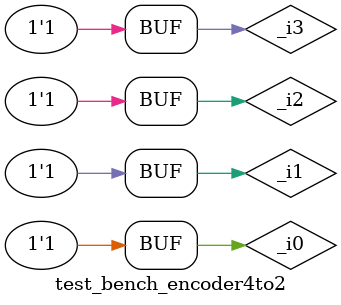
<source format=v>
module encoder4to2(i0, i1, i2, i3, o1, o2, v);
    input i0, i1, i2, i3;
    output o1, o2, v;
    wire w1, w2;

    // Invert input i2
    not(w1, i2);
    // Generate output o1
    or(o1, i2, i3);
    // Generate output o2
    and(w2, i1, w1);
    or(o2, i3, w2);
    // Generate output v (valid)
    or(v, i0, i1, i2, i3);
endmodule

module test_bench_encoder4to2();
    reg _i0, _i1, _i2, _i3;
    wire _o1, _o2, _v;
    encoder4to2 enc(.i0(_i0), .i1(_i1), .i2(_i2), .i3(_i3), .o1(_o1), .o2(_o2), .v(_v));

    // Initialize inputs
    initial begin
        _i3 = 1'b0; _i2 = 1'b0; _i1 = 1'b0; _i0 = 1'b0;
        #20
        _i0 = 1'b1;
        #20
        _i1 = 1'b1;
        #20
        _i2 = 1'b1;
        #20
        _i3 = 1'b1;
    end
endmodule
</source>
